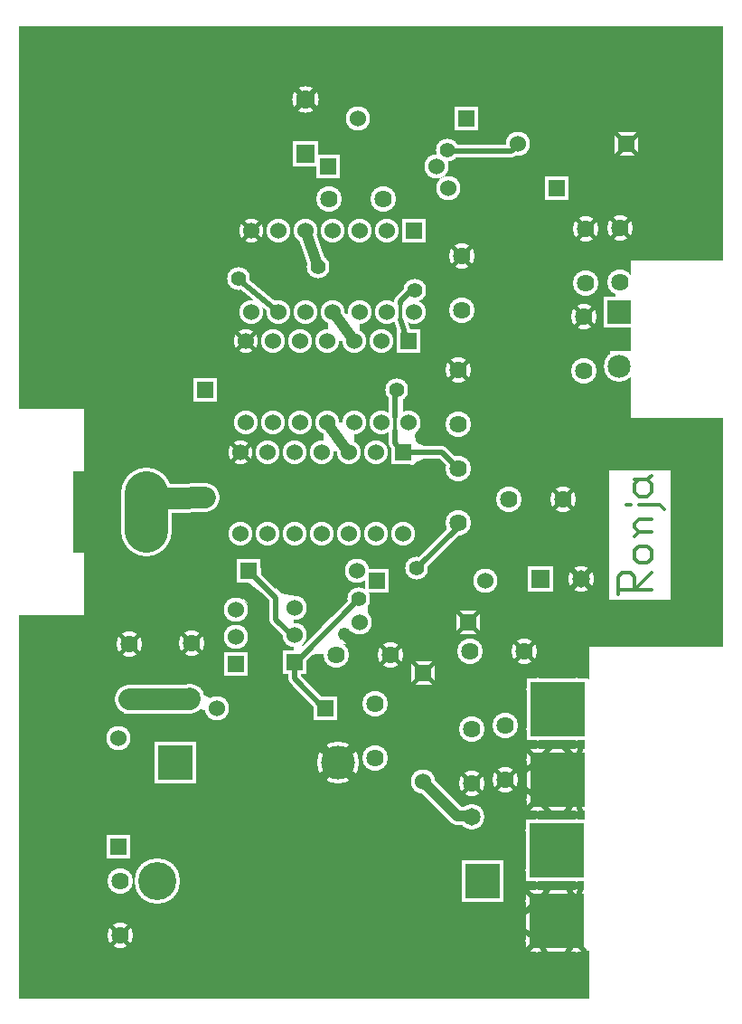
<source format=gbr>
G04 Title: Ronja 10M Metropolis Transmitter, layergroup #2 *
G04 Creator: pcb-bin 20060321 *
G04 CreationDate: Sun Apr  9 19:09:48 2006 UTC *
G04 For: clock *
G04 Format: Gerber/RS-274X *
G04 PCB-Dimensions: 262000 360000 *
G04 PCB-Coordinate-Origin: lower left *
%MOIN*%
%FSLAX24Y24*%
G04 contains layers component (3) GND-comp (4) Vcc-comp (5) *
%IPPOS*%
%ADD11C,0.0800*%
%ADD12C,0.1080*%
%ADD13C,0.0200*%
%ADD14C,0.0400*%
%ADD15C,0.0680*%
%ADD16C,0.0480*%
%ADD17C,0.1800*%
%ADD18C,0.2080*%
%ADD19C,0.1250*%
%ADD20C,0.1530*%
%ADD21C,0.1550*%
%ADD22C,0.1830*%
%ADD23C,0.1950*%
%ADD24C,0.2230*%
%ADD25C,0.1200*%
%ADD26C,0.1480*%
%ADD27C,0.1600*%
%ADD28C,0.1880*%
%ADD29C,0.2500*%
%ADD30C,0.2780*%
%ADD31C,0.1170*%
%ADD32C,0.1450*%
%ADD33C,0.1100*%
%ADD34C,0.1380*%
%ADD35C,0.0120*%
%ADD36C,0.1300*%
%ADD37C,0.1580*%
%ADD38C,0.0320*%
%ADD39R,0.0650X0.0650*%
%ADD40R,0.0730X0.0730*%
%ADD41R,0.0950X0.0950X0.0650X0.0650*%
%ADD42R,0.0950X0.0950*%
%ADD43C,0.0650*%
%ADD44C,0.0730*%
%ADD45C,0.0187*%
%AMTHERM1*7,0,0,0.0950,0.0650,0.0187,45*%
%ADD46THERM1*%
%ADD47C,0.0950X0.0650*%
%ADD48C,0.0950*%
%ADD49C,0.0100*%
%ADD50C,0.0080*%
%ADD51R,0.0600X0.0600*%
%ADD52R,0.0680X0.0680*%
%ADD53R,0.0880X0.0880X0.0600X0.0600*%
%ADD54R,0.0880X0.0880*%
%ADD55C,0.0600*%
%ADD56C,0.0880X0.0600*%
%ADD57C,0.0880*%
%ADD58C,0.0160*%
%AMTHERM2*7,0,0,0.0880,0.0600,0.0160,45*%
%ADD59THERM2*%
%ADD60R,0.2000X0.2000*%
%ADD61R,0.2280X0.2280*%
%ADD62R,0.2200X0.2200*%
%ADD63R,0.0700X0.0700*%
%ADD64R,0.0780X0.0780*%
%ADD65R,0.0980X0.0980X0.0700X0.0700*%
%ADD66R,0.0980X0.0980*%
%ADD67C,0.0700*%
%ADD68C,0.0780*%
%AMTHERM3*7,0,0,0.0980,0.0700,0.0200,45*%
%ADD69THERM3*%
%ADD70C,0.0980X0.0700*%
%ADD71C,0.0980*%
%ADD72R,0.0900X0.0900X0.0600X0.0600*%
%ADD73R,0.0900X0.0900*%
%ADD74C,0.0900X0.0600*%
%ADD75C,0.0900*%
%ADD76C,0.0162*%
%AMTHERM4*7,0,0,0.0900,0.0600,0.0162,45*%
%ADD77THERM4*%
%ADD78C,0.0640*%
%ADD79C,0.0720*%
%ADD80C,0.0163*%
%AMTHERM5*7,0,0,0.0940,0.0640,0.0163,45*%
%ADD81THERM5*%
%ADD82C,0.0940X0.0640*%
%ADD83C,0.0940*%
%ADD84R,0.1250X0.1250*%
%ADD85R,0.1330X0.1330*%
%ADD86R,0.1550X0.1550X0.1250X0.1250*%
%ADD87R,0.1550X0.1550*%
%ADD88C,0.1330*%
%ADD89C,0.0325*%
%AMTHERM6*7,0,0,0.1550,0.1250,0.0325,45*%
%ADD90THERM6*%
%ADD91C,0.1550X0.1250*%
%ADD92R,0.0850X0.0850*%
%ADD93R,0.0930X0.0930*%
%ADD94R,0.1130X0.1130X0.0850X0.0850*%
%ADD95R,0.1130X0.1130*%
%ADD96C,0.0850*%
%ADD97C,0.0930*%
%ADD98C,0.1130X0.0850*%
%ADD99C,0.1130*%
%ADD100R,0.1000X0.1000*%
%ADD101R,0.1300X0.1300*%
%ADD102R,0.1380X0.1380*%
%ADD103R,0.1580X0.1580X0.1300X0.1300*%
%ADD104R,0.1580X0.1580*%
%ADD105C,0.1400*%
%ADD106C,0.1680X0.1400*%
%ADD107C,0.1680*%
%ADD108C,0.0500*%
%ADD109R,0.1600X0.1600*%
%ADD110R,0.1880X0.1880*%
%ADD111R,0.1800X0.1800*%
%ADD112C,0.0124*%
%ADD113C,0.0139*%
%ADD114C,0.0125*%
%ADD115C,0.0152*%
%ADD116C,0.0173*%
%ADD117C,0.0220*%
%ADD118C,0.0166*%
%ADD119C,0.0098*%
%ADD120C,0.0132*%
%ADD121C,0.0146*%
%ADD122C,0.0112*%
%ADD123C,0.0091*%
%ADD124C,0.0227*%
%ADD125C,0.0159*%
%ADD126C,0.0560*%
%ADD127C,0.0840*%
%ADD128C,0.0840X0.0560*%
%AMTHERM7*7,0,0,0.0840,0.0560,0.0160,45*%
%ADD129THERM7*%
%ADD130C,0.0930X0.0650*%
%ADD131C,0.0760*%
%ADD132C,0.0760X0.0480*%
%LNGROUP_1*%
%LPD*%
G01X0Y0D02*
G54D49*G36*
X20490Y14440D02*X21880D01*
Y19970D01*
X20490D01*
Y14440D01*
G37*
G36*
X20640Y19510D02*X24680D01*
Y20930D01*
X20640D01*
Y19510D01*
G37*
G36*
X24120Y20940D02*X24740D01*
Y19160D01*
X24120D01*
Y20940D01*
G37*
G36*
X20780Y14040D02*X24400D01*
Y14760D01*
X20780D01*
Y14040D01*
G37*
G36*
X4885Y15850D02*X8465D01*
Y17370D01*
X4885D01*
Y15850D01*
G37*
G36*
X11485Y14705D02*X15400D01*
Y16165D01*
X11485D01*
Y14705D01*
G37*
G36*
X9255Y15005D02*X9795D01*
Y15515D01*
X9255D01*
Y15005D01*
G37*
G36*
X9015Y15375D02*X10390D01*
Y16020D01*
X9015D01*
Y15375D01*
G37*
G36*
X8960Y14810D02*X9225D01*
Y15115D01*
X8960D01*
Y14810D01*
G37*
G36*
X10215D02*X11665D01*
Y16020D01*
X10215D01*
Y14810D01*
G37*
G36*
X3850Y11705D02*X4050Y11465D01*
X6550Y11395D01*
X7310Y12325D01*
X4380Y14025D01*
X3850Y11705D01*
G37*
G36*
X7145Y12430D02*X8895D01*
X8500Y10570D01*
X7705Y10585D01*
X7520Y10960D01*
X6610Y11390D01*
X7145Y12430D01*
G37*
G36*
X6375Y10420D02*X7000Y10265D01*
X7240Y10550D01*
X6360Y10915D01*
X6375Y10420D01*
G37*
G36*
X10355Y11500D02*X10925D01*
Y12295D01*
X10355D01*
Y11500D01*
G37*
G36*
X9765Y12620D02*X10225D01*
Y13270D01*
X9765D01*
Y12620D01*
G37*
G36*
X5120Y16050D02*X7070Y15470D01*
X5970Y12910D01*
X3930Y13960D01*
X3840Y16010D01*
X5120Y16050D01*
G37*
G36*
X21260Y25070D02*X22110D01*
Y26720D01*
X21260D01*
Y25070D01*
G37*
G36*
X20610Y26490D02*X22680D01*
Y27790D01*
X20610D01*
Y26490D01*
G37*
G36*
X20830Y21340D02*X21910D01*
Y26110D01*
X20830D01*
Y21340D01*
G37*
G36*
X13050Y12580D02*X13100Y13610D01*
X12680Y13940D01*
X12090Y13530D01*
X11860Y12870D01*
X12440Y12690D01*
X13050Y12580D01*
G37*
G36*
X8671Y13970D02*X9561D01*
Y14965D01*
X8671D01*
Y13970D01*
G37*
G36*
X8435Y18384D02*X11412D01*
Y20406D01*
X8435D01*
Y18384D01*
G37*
G36*
X8378Y20258D02*X10662D01*
Y21354D01*
X8378D01*
Y20258D01*
G37*
G36*
X11291Y18378D02*X12998D01*
Y20219D01*
X11291D01*
Y18378D01*
G37*
G36*
X10499Y20120D02*X11319D01*
Y21308D01*
X10499D01*
Y20120D01*
G37*
G36*
X2500Y14150D02*X3780D01*
Y16450D01*
X2500D01*
Y14150D01*
G37*
G36*
X11473Y21300D02*X12760D01*
Y22672D01*
X11473D01*
Y21300D01*
G37*
G36*
X12458Y20187D02*X13013D01*
Y21247D01*
X12458D01*
Y20187D01*
G37*
G36*
X10860Y23930D02*X11500D01*
Y25460D01*
X10860D01*
Y23930D01*
G37*
G36*
X10640Y25150D02*X11710D01*
Y25890D01*
X10640D01*
Y25150D01*
G37*
G36*
X8050Y23780D02*X10940D01*
Y25390D01*
X8050D01*
Y23780D01*
G37*
G36*
X7980Y22570D02*X12650D01*
Y24300D01*
X7980D01*
Y22570D01*
G37*
G36*
X8208Y21238D02*X11595D01*
Y22708D01*
X8208D01*
Y21238D01*
G37*
G36*
X12670Y23750D02*X14080D01*
Y24550D01*
X12670D01*
Y23750D01*
G37*
G36*
X12660Y24430D02*X14130D01*
Y25460D01*
X12660D01*
Y24430D01*
G37*
G36*
X12080Y25300D02*X12300D01*
Y25430D01*
X12080D01*
Y25300D01*
G37*
G36*
X12140Y25810D02*X14200D01*
Y26380D01*
X12140D01*
Y25810D01*
G37*
G36*
X11660Y25350D02*X14160D01*
Y25890D01*
X11660D01*
Y25350D01*
G37*
G36*
X14200Y24370D02*X15200D01*
Y25170D01*
X14200D01*
Y24370D01*
G37*
G36*
X13880Y25990D02*X14660D01*
Y26560D01*
X13880D01*
Y25990D01*
G37*
G36*
X13980Y22280D02*X15230D01*
Y24020D01*
X13980D01*
Y22280D01*
G37*
G36*
X14680Y22230D02*X15500D01*
Y26400D01*
X14680D01*
Y22230D01*
G37*
G36*
X14080Y12480D02*X16440D01*
Y15000D01*
X14080D01*
Y12480D01*
G37*
G36*
X12960Y12310D02*X14200D01*
Y15020D01*
X12960D01*
Y12310D01*
G37*
G36*
X12250Y9540D02*X15730D01*
Y12720D01*
X12250D01*
Y9540D01*
G37*
G36*
X12820Y12800D02*X12310Y10590D01*
X11870Y10580D01*
X11170Y11000D01*
X10610Y11620D01*
X10640Y12630D01*
X11030Y12740D01*
X12820Y12800D01*
G37*
G36*
X18520Y9360D02*X20580D01*
Y12560D01*
X18520D01*
Y9360D01*
G37*
G36*
X17390Y12340D02*X20640D01*
Y14450D01*
X17390D01*
Y12340D01*
G37*
G36*
X16340Y12330D02*X17650D01*
Y14390D01*
X16340D01*
Y12330D01*
G37*
G36*
X15670Y9470D02*X18710D01*
Y12650D01*
X15670D01*
Y9470D01*
G37*
G36*
X17860Y14290D02*X20560D01*
Y14790D01*
X17860D01*
Y14290D01*
G37*
G36*
X12540Y15090D02*X12390Y14660D01*
X10660Y12940D01*
X10470Y13160D01*
X10450Y14670D01*
X10540Y15010D01*
X12540Y15090D01*
G37*
G36*
X8361Y15914D02*X12831D01*
Y18654D01*
X8361D01*
Y15914D01*
G37*
G36*
X9770Y10690D02*X11000Y10600D01*
Y10990D01*
X10260Y11700D01*
Y11990D01*
X9690Y12060D01*
X9770Y10690D01*
G37*
G36*
X8300Y10620D02*X9960Y10640D01*
X9930Y13680D01*
X8670Y14950D01*
X8510Y14840D01*
X8300Y10620D01*
G37*
G36*
X5060Y20350D02*X8460D01*
Y22470D01*
X5060D01*
Y20350D01*
G37*
G36*
X5020Y17100D02*X8700D01*
Y20370D01*
X5020D01*
Y17100D01*
G37*
G36*
X14300Y20140D02*X14920Y19660D01*
X15440Y19630D01*
X15430Y15910D01*
X12760Y15980D01*
Y20220D01*
X13950Y20510D01*
X14300Y20140D01*
G37*
G36*
X24120Y14360D02*X24770D01*
Y19380D01*
X24120D01*
Y14360D01*
G37*
G36*
X13950Y21580D02*Y20620D01*
X14400Y20170D01*
X13310D01*
X12640Y20150D01*
X12720Y21520D01*
X13950Y21580D01*
G37*
G36*
X13990Y22340D02*X13950Y21290D01*
X13540Y21250D01*
X12520Y21270D01*
X12690Y22650D01*
X13490Y22700D01*
X14050Y22540D01*
X13990Y22340D01*
G37*
G36*
X21600Y21310D02*X22680D01*
Y23420D01*
X21600D01*
Y21310D01*
G37*
G36*
X14270Y21200D02*X15370D01*
Y22610D01*
X14270D01*
Y21200D01*
G37*
G36*
X4780Y22180D02*X8340D01*
Y25700D01*
X4780D01*
Y22180D01*
G37*
G36*
X11950Y22440D02*X14170D01*
Y23540D01*
X11950D01*
Y22440D01*
G37*
G36*
X16310Y14110D02*X18110D01*
Y15050D01*
X16310D01*
Y14110D01*
G37*
G36*
X8120Y15160D02*X8550D01*
Y15380D01*
X8120D01*
Y15160D01*
G37*
G36*
X5605Y15060D02*X8175D01*
Y16020D01*
X5605D01*
Y15060D01*
G37*
G36*
X24590Y13250D02*X25170D01*
Y21145D01*
X24590D01*
Y13250D01*
G37*
G36*
X15230Y14860D02*X17950D01*
Y26590D01*
X15230D01*
Y14860D01*
G37*
G36*
X25150Y27700D02*X22470D01*
Y27260D01*
X25150D01*
Y27700D01*
G37*
G36*
X20460Y27500D02*X25700D01*
Y30800D01*
X20460D01*
Y27500D01*
G37*
G36*
X5845Y12170D02*X8590D01*
Y15190D01*
X5845D01*
Y12170D01*
G37*
G36*
X11680Y26260D02*X17220D01*
Y28470D01*
X11680D01*
Y26260D01*
G37*
G36*
X14140Y30280D02*X7750D01*
Y35900D01*
X14140D01*
Y30280D01*
G37*
G36*
X1010Y26930D02*X100D01*
Y27390D01*
X1010D01*
Y26930D01*
G37*
G36*
X2500Y21140D02*X3780D01*
Y22330D01*
X2500D01*
Y21140D01*
G37*
G36*
X100Y27000D02*X3960D01*
Y21785D01*
X100D01*
Y27000D01*
G37*
G36*
X25425Y20790D02*X20250D01*
Y21455D01*
X25425D01*
Y20790D01*
G37*
G36*
X21115Y13285D02*X20495D01*
Y11820D01*
X21115D01*
Y13285D01*
G37*
G36*
X10535Y5320D02*X20405D01*
Y9680D01*
X10535D01*
Y5320D01*
G37*
G36*
X25490Y14215D02*X20770D01*
Y13015D01*
X25490D01*
Y14215D01*
G37*
G36*
X20185Y490D02*X21115D01*
Y1820D01*
X20185D01*
Y490D01*
G37*
G36*
X1040Y9575D02*X3770D01*
X4490Y14095D01*
X1040D01*
Y9575D01*
G37*
G36*
X4340Y35310D02*X8300D01*
Y32420D01*
X4340D01*
Y35310D01*
G37*
G36*
X690Y26090D02*X4290D01*
Y32450D01*
X690D01*
Y26090D01*
G37*
G36*
X2500Y19600D02*X3970D01*
Y21400D01*
X2500D01*
Y19600D01*
G37*
G36*
X26080Y30280D02*X19690D01*
Y35900D01*
X26080D01*
Y30280D01*
G37*
G36*
X6490Y70D02*X100D01*
Y5690D01*
X6490D01*
Y70D01*
G37*
G36*
X10640D02*X4250D01*
Y5690D01*
X10640D01*
Y70D01*
G37*
G36*
X15280D02*X8890D01*
Y5690D01*
X15280D01*
Y70D01*
G37*
G36*
X20250D02*X13860D01*
Y5690D01*
X20250D01*
Y70D01*
G37*
G36*
X8130Y15025D02*X8335D01*
Y15195D01*
X8130D01*
Y15025D01*
G37*
G36*
X21500Y30280D02*X15110D01*
Y35900D01*
X21500D01*
Y30280D01*
G37*
G36*
X18220D02*X11830D01*
Y35900D01*
X18220D01*
Y30280D01*
G37*
G36*
X6490Y4200D02*X100D01*
Y9820D01*
X6490D01*
Y4200D01*
G37*
G36*
X1035Y14005D02*X3695D01*
Y14195D01*
X1035D01*
Y14005D01*
G37*
G36*
X100Y31800D02*X4500D01*
Y35900D01*
X100D01*
Y31800D01*
G37*
G36*
X10240Y13510D02*X10650D01*
Y14485D01*
X10240D01*
Y13510D01*
G37*
G36*
X16820Y25700D02*X20720D01*
Y29240D01*
X16820D01*
Y25700D01*
G37*
G36*
X17780Y14710D02*X20620D01*
Y19850D01*
X17780D01*
Y14710D01*
G37*
G36*
Y19520D02*X20720D01*
Y26140D01*
X17780D01*
Y19520D01*
G37*
G36*
X17480Y28680D02*X20660D01*
Y32420D01*
X17480D01*
Y28680D01*
G37*
G36*
X5240Y25260D02*X10590D01*
Y32530D01*
X5240D01*
Y25260D01*
G37*
G36*
X7240Y2650D02*X18070D01*
Y7320D01*
X7240D01*
Y2650D01*
G37*
G36*
X20930Y6640D02*X16970D01*
Y1920D01*
X20930D01*
Y6640D01*
G37*
G36*
X3840Y15910D02*X5310D01*
Y31440D01*
X3840D01*
Y15910D01*
G37*
G36*
X9650Y25790D02*X12250D01*
Y26960D01*
X9650D01*
Y25790D01*
G37*
G36*
X3810Y5930D02*X8420D01*
Y10540D01*
X3810D01*
Y5930D01*
G37*
G36*
X11990Y23360D02*X14160D01*
Y24060D01*
X11990D01*
Y23360D01*
G37*
G36*
X10260Y27820D02*X17700D01*
Y32450D01*
X10260D01*
Y27820D01*
G37*
G36*
X7480Y6390D02*X12340D01*
Y10750D01*
X7480D01*
Y6390D01*
G37*
G36*
X20950Y4630D02*X20390D01*
Y31730D01*
X20950D01*
Y4630D01*
G37*
G36*
X19100Y31980D02*X19880D01*
Y32620D01*
X19100D01*
Y31980D01*
G37*
G36*
X20930Y31580D02*X19650D01*
Y32620D01*
X20930D01*
Y31580D01*
G37*
G36*
X5010Y32160D02*X19210D01*
Y32620D01*
X5010D01*
Y32160D01*
G37*
G36*
X3620Y31470D02*X3980D01*
Y5920D01*
X3620D01*
Y31470D01*
G37*
G36*
X7120Y3310D02*X17000D01*
Y1840D01*
X7120D01*
Y3310D01*
G37*
G36*
X3620Y6030D02*X7360D01*
Y1840D01*
X3620D01*
Y6030D01*
G37*
G36*
X11840Y26610D02*X9930D01*
Y28440D01*
X11840D01*
Y26610D01*
G37*
G36*
X3620Y31160D02*X5370D01*
Y32620D01*
X3620D01*
Y31160D01*
G37*
%LNCUTS*%
%LPC*%
G54D97*X22100Y33900D03*
X24100D03*
Y31900D03*
Y29900D03*
X20100Y33900D03*
G54D73*X19920Y29938D03*
X22499Y31542D03*
G54D54*X600Y35400D02*X20600D01*
X5580D02*X25580D01*
Y27560D01*
G54D15*X10660Y28350D02*X11140Y27020D01*
G54D16*X15890Y31300D02*X18280D01*
G54D127*X15910Y31320D03*
G54D73*X16597Y32500D03*
G54D54*X14670Y28360D03*
G54D57*X13670D03*
X12670D03*
X11670D03*
X10670D03*
G54D83*X16415Y27425D03*
G54D75*X12597Y32500D03*
G54D83*X13547Y29517D03*
X11547D03*
G54D75*X15920Y29938D03*
G54D73*X11503Y30723D03*
G54D75*X15503D03*
G54D66*X10680Y31200D03*
G54D15*X11480Y21250D02*X12270Y20150D01*
G54D57*X12450Y21280D03*
X11450D03*
G54D15*X11670Y25380D02*X12470Y24290D01*
G54D57*X8450Y24280D03*
X12450D03*
X11450D03*
X10450D03*
X9450D03*
G54D15*X11480Y21250D02*X12270Y20150D01*
G54D57*X8450Y21280D03*
X9450D03*
X10450D03*
X11450D03*
G54D97*X22100Y21900D03*
G54D99*X22240Y23360D03*
G54D16*X13950Y22410D02*X14040Y22500D01*
G54D127*D03*
G54D97*X15024Y20761D03*
G54D57*X14450Y21280D03*
G54D16*X13950Y22410D02*X14040Y22500D01*
X13950Y21500D02*Y22410D01*
G54D127*X14040Y22500D03*
G54D15*X11670Y25380D02*X12470Y24290D01*
G54D57*X10670Y25360D03*
X11670D03*
X11450Y24280D03*
X10450D03*
G54D15*X11670Y25380D02*X12470Y24290D01*
G54D57*X10670Y25360D03*
X11670D03*
G54D15*Y25380D02*X12470Y24290D01*
G54D54*X14450Y24280D03*
G54D57*X13450D03*
X12450D03*
G54D15*X11670Y25380D02*X12470Y24290D01*
G54D14*X14170Y25080D02*Y25640D01*
G54D16*Y25770D01*
Y25090D02*X14440Y24270D01*
G54D57*X12670Y25360D03*
X13670D03*
G54D54*X14450Y24280D03*
G54D57*X13450D03*
X12450D03*
G54D15*X11670Y25380D02*X12470Y24290D01*
G54D57*X11670Y25360D03*
X12670D03*
G54D14*X14170Y25080D02*Y25640D01*
G54D16*Y25770D01*
X14560Y26160D01*
G54D15*X11670Y25380D02*X12470Y24290D01*
G54D14*X14170Y25080D02*Y25640D01*
G54D16*Y25770D01*
X14560Y26160D01*
G54D57*X11670Y25360D03*
X12670D03*
X13670D03*
G54D14*X14170Y25080D02*Y25640D01*
G54D16*Y25090D02*X14440Y24270D01*
G54D57*X14670Y25360D03*
G54D54*X14450Y24280D03*
G54D16*X14170Y25640D02*Y25770D01*
X14560Y26160D01*
X14680D01*
G54D127*X14690D03*
G54D16*X13950Y22410D02*X14040Y22500D01*
X13950Y21500D02*Y22410D01*
G54D127*X14040Y22500D03*
G54D54*X14450Y24280D03*
G54D16*X14170Y25770D02*X14560Y26160D01*
X14680D01*
G54D127*X14690D03*
G54D57*X14670Y25360D03*
G54D54*X14450Y24280D03*
G54D16*X13950Y22410D02*X14040Y22500D01*
G54D14*X13950Y21000D02*Y21500D01*
G54D16*Y22410D01*
G54D127*X14040Y22500D03*
G54D57*X12450Y21280D03*
X13450D03*
X14450D03*
X24600Y15900D03*
Y17900D03*
G54D97*X24100Y13900D03*
G54D73*X16652Y13922D03*
G54D75*X17286Y15440D03*
G54D97*X24100Y27900D03*
G54D54*X25580Y35400D02*Y27560D01*
G54D16*X16320Y17460D02*X14770Y15910D01*
X16320Y17620D02*Y17460D01*
X15690Y20180D02*X16290Y19580D01*
X14260Y20180D02*X15690D01*
X16260Y17580D02*Y17450D01*
G54D97*X14968Y19603D03*
X15024Y20761D03*
G54D75*X17286Y15440D03*
G54D83*X16415Y25425D03*
X16288Y23230D03*
Y21230D03*
X16308Y19586D03*
X18151Y18468D03*
X16308Y17586D03*
G54D57*X24600Y15900D03*
Y17900D03*
G54D54*X25580Y21155D02*Y13315D01*
G54D97*X24100Y29900D03*
Y27900D03*
G54D83*X22280Y28458D03*
X21013Y28412D03*
G54D54*X25580Y35400D02*Y27560D01*
G54D97*X22100Y21900D03*
G54D54*X25580Y21155D02*Y13315D01*
G54D97*X3100Y20900D03*
G54D110*X2900Y18690D02*Y17290D01*
G54D131*X8657Y14990D03*
G54D12*X6960Y18510D02*X4760Y18470D01*
G54D28*X4800Y18690D02*Y17290D01*
G54D16*X15890Y31300D02*X18280D01*
X18490Y31510D01*
G54D97*X20100Y33900D03*
X18100D03*
X16100D03*
G54D127*X15910Y31320D03*
G54D73*X16597Y32500D03*
X19920Y29938D03*
G54D75*X15920D03*
X18499Y31542D03*
X15503Y30723D03*
G54D54*X600Y35400D02*X20600D01*
X5580D02*X25580D01*
G54D73*X16597Y32500D03*
G54D75*X12597D03*
G54D54*X600Y13895D02*Y3895D01*
G54D15*X10660Y28350D02*X11140Y27020D01*
G54D16*X8200Y26560D02*X9650Y25350D01*
G54D127*X8190Y26580D03*
G54D57*X10670Y28360D03*
X9670D03*
X8670D03*
Y25360D03*
X9670D03*
X10670D03*
G54D66*X10680Y31200D03*
G54D15*X10660Y28350D02*X11140Y27020D01*
G54D127*X11120Y27030D03*
G54D57*X9670Y25360D03*
X10670D03*
X11670D03*
X12670D03*
G54D15*X11670Y25380D02*X12470Y24290D01*
G54D54*X14450Y24280D03*
G54D57*X13450D03*
X12450D03*
G54D83*X16415Y25425D03*
X21013Y28412D03*
Y26412D03*
X16415Y27425D03*
G54D42*X19329Y15529D03*
G54D48*X20829D03*
G54D83*X20151Y18468D03*
X18151D03*
X21013Y26412D03*
X20945Y25180D03*
Y23180D03*
G54D16*X15890Y31300D02*X18280D01*
X18490Y31510D01*
G54D83*X21013Y28412D03*
G54D73*X19920Y29938D03*
G54D75*X18499Y31542D03*
G54D97*X22100Y19900D03*
G54D48*X20829Y15529D03*
G54D83*X20151Y18468D03*
G54D97*X22100Y19900D03*
X24100D03*
D03*
G54D95*X22240Y25360D03*
G54D83*X22280Y26458D03*
X21013Y26412D03*
X20945Y25180D03*
X22280Y26458D03*
X21013Y26412D03*
G54D97*X22100Y21900D03*
G54D95*X22240Y25360D03*
G54D99*Y24360D03*
Y23360D03*
G54D83*X22280Y26458D03*
X21013Y26412D03*
X20945Y25180D03*
Y23180D03*
G54D127*X20650Y4800D03*
G54D97*X20100Y13900D03*
G54D127*X20670Y8840D03*
Y11440D03*
Y10000D03*
X20660Y7400D03*
X20650Y6240D03*
G54D48*X20829Y15529D03*
G54D83*X20151Y18468D03*
X21013Y28412D03*
Y26412D03*
X20945Y25180D03*
Y23180D03*
G54D61*X19950Y10720D03*
Y8120D03*
X19930Y5520D03*
G54D127*X19230Y10000D03*
X20670Y11440D03*
Y10000D03*
X19950Y10720D03*
X19230Y11440D03*
G54D83*X18726Y12855D03*
G54D61*X19950Y10720D03*
G54D127*X20670Y11440D03*
G54D61*X19950Y10720D03*
G54D16*X10320Y12460D02*X12640Y14780D01*
X16320Y17460D02*X14770Y15910D01*
G54D127*D03*
X12630Y14780D03*
G54D75*X12578Y15816D03*
G54D73*X13286Y15440D03*
G54D83*X16726Y12855D03*
G54D73*X16652Y13922D03*
G54D83*X13795Y12736D03*
G54D73*X15009Y12062D03*
G54D127*X12630Y14780D03*
G54D83*X13795Y12736D03*
G54D75*X12652Y13922D03*
G54D73*X13286Y15440D03*
G54D131*X12090Y13500D03*
G54D83*X11795Y12736D03*
G54D75*X12652Y13922D03*
G54D97*X24100Y13900D03*
X22100D03*
G54D83*X13795Y12736D03*
X11795D03*
G54D73*X15009Y12062D03*
G54D83*X13222Y10917D03*
G54D97*X20100Y13900D03*
G54D83*X18726Y12855D03*
X16726D03*
G54D73*X16652Y13922D03*
G54D83*X16726Y12855D03*
X18037Y10136D03*
X16792Y9986D03*
X18726Y12855D03*
G54D97*X20100Y13900D03*
G54D16*X16320Y17460D02*X14770Y15910D01*
X14280Y20180D02*X13950Y20510D01*
Y21000D01*
X14260Y20180D02*X15690D01*
G54D97*X14968Y19603D03*
X15024Y20761D03*
G54D127*X14770Y15910D03*
G54D75*X12578Y15816D03*
G54D54*X14280Y20180D03*
G54D57*X13280D03*
Y17180D03*
X14280D03*
G54D73*X6960Y22500D03*
G54D57*X8450Y21280D03*
X8280Y20180D03*
G54D12*X6960Y18510D02*X4760Y18470D01*
G54D57*X8280Y17180D03*
G54D75*X6960Y18500D03*
G54D57*X8280Y20180D03*
G54D28*X4800Y18690D02*Y17290D01*
G54D97*X3100Y14900D03*
G54D110*X2900Y18690D02*Y17290D01*
G54D16*X10320Y12460D02*X12640Y14780D01*
X10250Y12460D02*X10320D01*
X10250Y12470D02*Y11850D01*
X11370Y10730D01*
G54D73*X10254Y12446D03*
G54D16*X10320Y12460D02*X12640Y14780D01*
X10250Y11850D02*X11370Y10730D01*
G54D73*X10254Y12446D03*
X11383Y10741D03*
G54D83*X11795Y12736D03*
X13222Y10917D03*
G54D16*X9579Y14032D02*X10223Y13388D01*
X10320Y12460D02*X12640Y14780D01*
X10250Y12460D02*X10320D01*
X10290Y13450D02*Y13410D01*
X10250Y12470D02*Y11850D01*
G54D73*X10254Y12446D03*
G54D75*Y13446D03*
G54D16*X9579Y14809D02*Y14032D01*
X8575Y15813D02*X9579Y14809D01*
G54D131*X9932Y15190D03*
G54D16*X8575Y15813D02*X9579Y14809D01*
G54D131*X8657Y14990D03*
G54D12*X4160Y11100D02*X6390D01*
X6400Y11110D01*
G54D97*X6660Y10110D03*
G54D73*X8106Y12389D03*
G54D75*X7383Y10741D03*
G54D83*X6460Y11145D03*
G54D12*X4160Y11100D02*X6390D01*
X6400Y11110D01*
G54D97*X6660Y10110D03*
G54D75*X7383Y10741D03*
G54D83*X6460Y11145D03*
G54D16*X9579Y14032D02*X10223Y13388D01*
X9579Y14809D02*Y14032D01*
X8575Y15813D02*X9579Y14809D01*
G54D131*X9932Y15190D03*
X8657Y14990D03*
G54D16*X9579Y14032D02*X10223Y13388D01*
X9579Y14809D02*Y14032D01*
G54D131*X9932Y15190D03*
X8657Y14990D03*
G54D73*X8106Y12389D03*
G54D75*Y13389D03*
Y14389D03*
G54D73*X10254Y12446D03*
G54D75*Y13446D03*
Y14446D03*
G54D16*X10280Y20280D02*Y20180D01*
G54D57*X11280D03*
X10280D03*
X9280D03*
X8280D03*
G54D16*X10280Y20280D02*Y20180D01*
G54D57*D03*
X9280D03*
X8450Y21280D03*
X8280Y20180D03*
X9450Y21280D03*
X10450D03*
G54D16*X12280Y20280D02*Y20180D01*
G54D15*X11480Y21250D02*X12270Y20150D01*
G54D57*X11280Y20180D03*
X13280D03*
X12280D03*
G54D16*X10280Y20280D02*Y20180D01*
G54D15*X11480Y21250D02*X12270Y20150D01*
G54D57*X11280Y20180D03*
X10280D03*
X10450Y21280D03*
X11450D03*
G54D16*X8575Y15813D02*X9579Y14809D01*
G54D131*X9932Y15190D03*
G54D73*X8578Y15816D03*
G54D131*X9932Y15190D03*
G54D75*X10254Y14446D03*
G54D16*X10320Y12460D02*X12640Y14780D01*
X10290Y13450D02*Y13410D01*
G54D131*X12090Y13500D03*
G54D127*X12630Y14780D03*
G54D131*X11280Y14120D03*
G54D75*X10254Y13446D03*
Y14446D03*
G54D83*X11795Y12736D03*
G54D75*X12652Y13922D03*
G54D16*X10250Y12470D02*Y11850D01*
X11370Y10730D01*
G54D73*X10254Y12446D03*
X11383Y10741D03*
G54D16*X12280Y20280D02*Y20180D01*
G54D15*X11480Y21250D02*X12270Y20150D01*
G54D57*X12450Y21280D03*
X13450D03*
X13280Y20180D03*
X12280D03*
G54D16*X8575Y15813D02*X9579Y14809D01*
G54D73*X8578Y15816D03*
G54D75*X12578D03*
G54D57*X12280Y17180D03*
X8280D03*
X9280D03*
X10280D03*
X11280D03*
G54D14*X13950Y21000D02*Y21500D01*
G54D16*Y22410D01*
X14280Y20180D02*X13950Y20510D01*
Y21000D01*
X14260Y20180D02*X15690D01*
G54D57*X12450Y21280D03*
X13450D03*
X14450D03*
G54D54*X14280Y20180D03*
G54D57*X13280D03*
X12280D03*
G54D16*X8575Y15813D02*X9579Y14809D01*
G54D73*X8578Y15816D03*
G54D57*X8280Y17180D03*
G54D28*X4800Y18690D02*Y17290D01*
G54D83*X4164Y13120D03*
X6460Y13145D03*
G54D131*X8657Y14990D03*
G54D73*X8578Y15816D03*
D03*
G54D12*X4160Y11100D02*X6390D01*
X6400Y11110D01*
G54D83*X4164Y13120D03*
Y11120D03*
X6460Y11145D03*
Y13145D03*
G54D12*X4160Y11100D02*X6390D01*
G54D97*X3100Y12900D03*
X2100Y11900D03*
Y9900D03*
G54D75*X3759Y9653D03*
G54D83*X4164Y13120D03*
Y11120D03*
G54D54*X600Y13895D02*Y3895D01*
Y11120D02*Y1120D01*
G54D131*X8657Y14990D03*
G54D73*X8106Y12389D03*
G54D75*Y13389D03*
Y14389D03*
G54D83*X6460Y13145D03*
G54D15*X15010Y8050D02*X16260Y6800D01*
X16800D01*
G54D127*X19930Y5520D03*
X19230Y10000D03*
Y8840D03*
X20670D03*
X19950Y8120D03*
X20670Y10000D03*
X20660Y7400D03*
X19230D03*
X19210Y6240D03*
X20650D03*
G54D97*X16800Y6770D03*
G54D83*X16792Y7986D03*
X18037Y8136D03*
Y10136D03*
X16792Y9986D03*
G54D21*X11848Y8760D03*
G54D75*X15009Y8062D03*
G54D83*X13222Y8917D03*
G54D61*X19950Y10720D03*
Y8120D03*
X19930Y5520D03*
G54D97*X6660Y10110D03*
G54D73*X3759Y5653D03*
G54D75*Y9653D03*
X7383Y10741D03*
G54D87*X5848Y8760D03*
G54D16*X10250Y11850D02*X11370Y10730D01*
G54D75*X7383Y10741D03*
G54D73*X11383D03*
G54D21*X11848Y8760D03*
G54D127*X20650Y2200D03*
G54D54*X815Y570D02*X20815D01*
X600D02*X20600D01*
G54D61*X19930Y2920D03*
G54D97*X6100Y1900D03*
X2100Y5900D03*
Y3900D03*
Y1900D03*
G54D73*X3759Y5653D03*
G54D83*X3817Y2399D03*
Y4399D03*
G54D107*X5210Y4400D03*
G54D54*X600Y13895D02*Y3895D01*
Y11120D02*Y1120D01*
X815Y570D02*X20815D01*
X600D02*X20600D01*
G54D97*X6660Y10110D03*
X2100Y7900D03*
Y9900D03*
Y5900D03*
Y3900D03*
G54D73*X3759Y5653D03*
G54D75*Y9653D03*
G54D83*X3817Y4399D03*
G54D107*X5210Y4400D03*
G54D87*X5848Y8760D03*
G54D54*X600Y13895D02*Y3895D01*
Y11120D02*Y1120D01*
G54D97*X8100Y1900D03*
X10100D03*
X6100D03*
G54D83*X3817Y2399D03*
Y4399D03*
G54D107*X5210Y4400D03*
G54D54*X815Y570D02*X20815D01*
X600D02*X20600D01*
G54D97*X6100Y1900D03*
G54D73*X3759Y5653D03*
G54D83*X3817Y2399D03*
Y4399D03*
G54D107*X5210Y4400D03*
G54D97*X12100Y1900D03*
X10100D03*
X14100D03*
G54D54*X815Y570D02*X20815D01*
X600D02*X20600D01*
G54D15*X15010Y8050D02*X16260Y6800D01*
X16800D01*
G54D97*Y6770D03*
G54D104*X17210Y4400D03*
G54D97*X16100Y1900D03*
X8100D03*
X12100D03*
X10100D03*
X14100D03*
G54D127*X20650Y4800D03*
X19930Y5520D03*
X19210Y3640D03*
X20650D03*
X19210Y2200D03*
X20650D03*
X19930Y2920D03*
X19210Y4800D03*
G54D97*X16100Y1900D03*
X18100D03*
X14100D03*
G54D104*X17210Y4400D03*
G54D61*X19930Y5520D03*
G54D54*X815Y570D02*X20815D01*
X600D02*X20600D01*
G54D61*X19930Y2920D03*
G54D15*X16260Y6800D02*X16800D01*
G54D127*X20650Y4800D03*
X19930Y5520D03*
X19210Y6240D03*
X20650D03*
X19210Y3640D03*
X20650D03*
X19210Y2200D03*
X20650D03*
X19930Y2920D03*
X19210Y4800D03*
G54D97*X18100Y1900D03*
X16800Y6770D03*
G54D104*X17210Y4400D03*
G54D61*X19930Y5520D03*
Y2920D03*
G54D16*X8200Y26560D02*X9650Y25350D01*
G54D57*X8670Y25360D03*
X9670D03*
X10670D03*
X8450Y24280D03*
X10450D03*
X9450D03*
X8670Y25360D03*
G54D73*X6960Y22500D03*
G54D57*X8450Y24280D03*
G54D97*X3100Y22900D03*
X2100Y25900D03*
Y23900D03*
G54D54*X600Y35400D02*Y25400D01*
Y32085D02*Y22085D01*
G54D97*X3100Y20900D03*
X14100Y33900D03*
X12100D03*
X8100D03*
G54D75*X12597Y32500D03*
G54D73*X11503Y30723D03*
G54D66*X10680Y31200D03*
G54D71*Y33200D03*
G54D54*X600Y35400D02*X20600D01*
X5580D02*X25580D01*
G54D16*X14170Y25770D02*X14560Y26160D01*
X14680D01*
G54D127*X14690D03*
G54D54*X14670Y28360D03*
G54D57*X13670D03*
X12670D03*
X11670D03*
G54D83*X16415Y27425D03*
G54D54*X600Y35400D02*Y25400D01*
Y32085D02*Y22085D01*
G54D97*X2100Y31900D03*
Y25900D03*
Y27900D03*
Y29900D03*
G54D54*X600Y35400D02*Y25400D01*
Y32085D02*Y22085D01*
G54D97*X6100Y33900D03*
X8100D03*
X4100D03*
G54D54*X600Y35400D02*X20600D01*
X5580D02*X25580D01*
G54D16*X15890Y31300D02*X18280D01*
X18490Y31510D01*
G54D97*X18100Y33900D03*
X14100D03*
X16100D03*
X12100D03*
G54D127*X15910Y31320D03*
G54D73*X16597Y32500D03*
G54D75*X12597D03*
X15920Y29938D03*
X18499Y31542D03*
G54D73*X11503Y30723D03*
G54D75*X15503D03*
G54D54*X600Y35400D02*X20600D01*
X5580D02*X25580D01*
G54D97*X2100Y31900D03*
X4100Y33900D03*
X2100D03*
G54D54*X600Y35400D02*X20600D01*
X600D02*Y25400D01*
Y32085D02*Y22085D01*
G54D16*X9579Y14032D02*X10223Y13388D01*
X10290Y13450D02*Y13410D01*
G54D75*X10254Y13446D03*
Y14446D03*
G54D97*X24100Y13900D03*
X22100D03*
G54D54*X25580Y21155D02*Y13315D01*
G54D12*X4160Y11100D02*X6390D01*
G54D73*X3759Y5653D03*
G54D75*Y9653D03*
G54D83*X4164Y13120D03*
Y11120D03*
G54D28*X4800Y18690D02*Y17290D01*
G54D110*X2900Y18690D02*Y17290D01*
G54D15*X10660Y28350D02*X11140Y27020D01*
G54D127*X11120Y27030D03*
G54D57*X11670Y28360D03*
X10670D03*
X9670D03*
%LNTRACKS*%
%LPD*%
G54D49*G36*
X15470Y19450D02*X15440Y19280D01*
X15040Y19080D01*
X14980Y19180D01*
X15400Y19490D01*
X15470Y19450D01*
G37*
G36*
X23590Y19510D02*X24610D01*
Y20430D01*
X23590D01*
Y19510D01*
G37*
G36*
X21630Y19320D02*X21880D01*
Y19830D01*
X21630D01*
Y19320D01*
G37*
G36*
X21570Y19510D02*X22650D01*
Y20430D01*
X21570D01*
Y19510D01*
G37*
G36*
X21820Y23845D02*X21910D01*
Y24030D01*
X21820D01*
Y23845D01*
G37*
G36*
X21620Y23930D02*X22665D01*
Y24795D01*
X21620D01*
Y23930D01*
G37*
G36*
X9525Y15380D02*X9580Y15530D01*
X10070Y15620D01*
X10340Y15455D01*
X10350Y15090D01*
X10200Y14905D01*
X9895Y14960D01*
X9780Y15030D01*
X9530Y15220D01*
X9525Y15380D01*
G37*
G36*
X11678Y14182D02*X11680Y14184D01*
X11744Y14248D01*
X11453Y14539D01*
X11114D01*
X10871Y14296D01*
Y13912D01*
X11061Y13722D01*
X11220D01*
X11678Y14180D01*
Y14182D01*
G37*
G36*
X15303Y21049D02*X15454D01*
Y21141D01*
X15303D01*
Y21049D01*
G37*
G36*
X14900Y21160D02*X15243D01*
Y21234D01*
X14900D01*
Y21160D01*
G37*
G36*
X15429Y20574D02*X15559D01*
Y20864D01*
X15429D01*
Y20574D01*
G37*
G36*
X14900Y21020D02*X15360D01*
Y21200D01*
X14900D01*
Y21020D01*
G37*
G36*
X15310Y20800D02*X15500D01*
Y21080D01*
X15310D01*
Y20800D01*
G37*
G36*
X15290Y20420D02*X15560D01*
Y20660D01*
X15290D01*
Y20420D01*
G37*
G36*
X15361Y19529D02*X15518D01*
Y19932D01*
X15361D01*
Y19529D01*
G37*
G36*
X14450Y19480D02*X14960Y19110D01*
X15470Y19480D01*
X15380Y19940D01*
X15000D01*
X14760Y19730D01*
X14520D01*
X14450Y19480D01*
G37*
G36*
X15310Y21060D02*X15500Y20730D01*
X15310Y20430D01*
X15020D01*
X14710Y20820D01*
X14900Y21130D01*
X15310Y21060D01*
G37*
G36*
X14528Y19101D02*X15085D01*
Y19438D01*
X14528D01*
Y19101D01*
G37*
G36*
X2560Y20250D02*X3780D01*
Y21520D01*
X2560D01*
Y20250D01*
G37*
G36*
X23535Y31275D02*X24700D01*
Y32515D01*
X23535D01*
Y31275D01*
G37*
G36*
X13495Y33235D02*X14755D01*
Y34540D01*
X13495D01*
Y33235D01*
G37*
G36*
X11490Y33275D02*X12820D01*
Y34520D01*
X11490D01*
Y33275D01*
G37*
G36*
X23490Y13270D02*X24800D01*
Y14530D01*
X23490D01*
Y13270D01*
G37*
G36*
X24170Y16330D02*X25040D01*
Y15430D01*
X24170D01*
Y16330D01*
G37*
G36*
X24160Y18340D02*X25070D01*
Y17440D01*
X24160D01*
Y18340D01*
G37*
G36*
X21530Y21350D02*X22620D01*
Y22470D01*
X21530D01*
Y21350D01*
G37*
G36*
X23600Y27370D02*X24640D01*
Y28470D01*
X23600D01*
Y27370D01*
G37*
G36*
X23500Y29260D02*X24750D01*
Y30520D01*
X23500D01*
Y29260D01*
G37*
G36*
X26080Y35160D02*X24980D01*
Y27260D01*
X26080D01*
Y35160D01*
G37*
G36*
X11930Y13340D02*X12190Y13130D01*
X12420Y13220D01*
X12490Y13490D01*
X12230Y13650D01*
X11930Y13340D01*
G37*
G36*
X8395Y15325D02*X8225Y15070D01*
X8290Y14815D01*
X8430Y14740D01*
X8515Y14610D01*
X8815Y14545D01*
X9040Y14755D01*
X9060Y14980D01*
X8610Y15360D01*
X8405D01*
X8395Y15325D01*
G37*
G36*
X1245Y70D02*X21115D01*
Y1110D01*
X1245D01*
Y70D01*
G37*
G36*
X130Y8800D02*X1330D01*
Y100D01*
X130D01*
Y8800D01*
G37*
G36*
X700Y34820D02*X100D01*
Y35800D01*
X700D01*
Y34820D01*
G37*
G36*
X1290Y27040D02*X100D01*
Y34990D01*
X1290D01*
Y27040D01*
G37*
G36*
X120Y27445D02*X1215D01*
Y21785D01*
X120D01*
Y27445D01*
G37*
G36*
X2640Y14220D02*X3800D01*
Y15420D01*
X2640D01*
Y14220D01*
G37*
G36*
X2500Y16310D02*X3860D01*
Y19740D01*
X2500D01*
Y16310D01*
G37*
G36*
X19520Y13300D02*X20830D01*
Y14500D01*
X19520D01*
Y13300D01*
G37*
G36*
X15590Y33370D02*X24760D01*
Y34440D01*
X15590D01*
Y33370D01*
G37*
G36*
X2590Y33300D02*X9550D01*
Y34490D01*
X2590D01*
Y33300D01*
G37*
G36*
X1580Y23260D02*X2820D01*
Y34540D01*
X1580D01*
Y23260D01*
G37*
G36*
X1540Y1270D02*X2720D01*
Y11390D01*
X1540D01*
Y1270D01*
G37*
G36*
X100Y8730D02*X1110D01*
Y14195D01*
X100D01*
Y8730D01*
G37*
G36*
X360Y35880D02*X130D01*
Y35610D01*
X360D01*
Y35880D01*
G37*
G36*
X1570Y11120D02*X2890D01*
Y12550D01*
X1570D01*
Y11120D01*
G37*
G36*
X5560Y1230D02*X12580D01*
Y2490D01*
X5560D01*
Y1230D01*
G37*
G36*
X21540Y13180D02*X22700D01*
Y14460D01*
X21540D01*
Y13180D01*
G37*
G36*
X2500Y22040D02*X3800D01*
Y23520D01*
X2500D01*
Y22040D01*
G37*
G36*
X12480Y1170D02*X18680D01*
Y2490D01*
X12480D01*
Y1170D01*
G37*
G36*
X3110Y13520D02*X2590Y13260D01*
X2570Y12590D01*
X3140Y12300D01*
X3660Y12600D01*
X3540Y13370D01*
X3110Y13520D01*
G37*
G36*
X26080Y34870D02*X180D01*
Y35900D01*
X26080D01*
Y34870D01*
G37*
G36*
X6790Y10640D02*X6280Y10500D01*
X6130Y10100D01*
X6290Y9680D01*
X6680Y9560D01*
X7080Y9710D01*
X7220Y10180D01*
X6890Y10620D01*
X6790Y10640D01*
G37*
G36*
X26080Y13015D02*X25080D01*
Y21455D01*
X26080D01*
Y13015D01*
G37*
G36*
X24120Y19240D02*X24460D01*
Y19820D01*
X24120D01*
Y19240D01*
G37*
G54D13*X14170Y25090D02*X14440Y24270D01*
X8575Y15813D02*X9579Y14809D01*
X16320Y17620D02*Y17460D01*
X14770Y15910D01*
X16260Y17580D02*Y17450D01*
X18280Y31300D02*X18490Y31510D01*
X15890Y31300D02*X18280D01*
G54D14*X10660Y28350D02*X11140Y27020D01*
G54D13*X20670Y8830D02*X20840Y9320D01*
X20650Y7410D02*X20220Y6890D01*
X20660Y7400D02*X20840Y6890D01*
X19230Y7410D02*X18780Y6960D01*
X19220Y7410D02*X19700Y6900D01*
X19220Y7410D02*X18720Y7810D01*
X19230Y8830D02*X18730Y8420D01*
X19220Y8830D02*X19710Y9310D01*
X19230Y8840D02*X18800Y9270D01*
G54D14*X16260Y6800D02*X16800D01*
X15010Y8050D02*X16260Y6800D01*
G54D13*X10250Y11850D02*X11370Y10730D01*
X10250Y12470D02*Y11850D01*
G54D11*X6390Y11100D02*X6400Y11110D01*
X4160Y11100D02*X6390D01*
G54D13*X10290Y13450D02*Y13410D01*
X10250Y12460D02*X10320D01*
X12640Y14780D01*
X20670Y8840D02*X20160Y9340D01*
X14260Y20180D02*X15690D01*
X20640Y2175D02*X20965Y1775D01*
X20655Y3645D02*X20350Y4080D01*
X20640Y3630D02*X20820Y4110D01*
X19235Y3640D02*X19585Y4050D01*
X19200Y3640D02*X18785Y3270D01*
X19220Y3645D02*X18810Y4030D01*
X20635Y2200D02*X20340Y1800D01*
X19205Y2215D02*X19505Y1780D01*
X19210Y2210D02*X18785Y2520D01*
X19210Y2200D02*X18825Y1805D01*
X13950Y20510D02*Y21000D01*
X14280Y20180D02*X13950Y20510D01*
X14560Y26160D02*X14680D01*
X14170Y25770D02*X14560Y26160D01*
X14170Y25640D02*Y25770D01*
G54D35*Y25080D02*Y25640D01*
G54D13*X9579Y14809D02*Y14032D01*
X10223Y13388D01*
X13950Y21500D02*Y22410D01*
X8200Y26560D02*X9650Y25350D01*
G54D14*X11480Y21250D02*X12270Y20150D01*
X11670Y25380D02*X12470Y24290D01*
G54D13*X4420Y15920D02*Y15520D01*
G54D11*X6960Y18510D02*X4760Y18470D01*
G54D13*X3720Y16020D02*Y15520D01*
G54D35*X13950Y21000D02*Y21500D01*
G54D13*X15690Y20180D02*X16290Y19580D01*
X13950Y22410D02*X14040Y22500D01*
X12280Y20280D02*Y20180D01*
X10280Y20280D02*Y20180D01*
G04 Text: Ronja *
G54D112*X22190Y15588D02*Y14970D01*
Y15588D02*X22344Y15742D01*
X22653D01*
X22808Y15588D02*X22653Y15742D01*
X22808Y15588D02*Y15124D01*
X22190D02*X23426D01*
X22808D02*X23426Y15742D01*
X22962Y16113D02*X23271D01*
X22962D02*X22808Y16268D01*
Y16577D02*Y16268D01*
Y16577D02*X22962Y16731D01*
X23271D01*
X23426Y16577D02*X23271Y16731D01*
X23426Y16577D02*Y16268D01*
X23271Y16113D02*X23426Y16268D01*
X22962Y17257D02*X23426D01*
X22962D02*X22808Y17411D01*
Y17566D02*Y17411D01*
Y17566D02*X22962Y17720D01*
X23426D01*
X22808Y17102D02*X22962Y17257D01*
X22499Y18246D02*X22653D01*
X22962D02*X23735D01*
X23889Y18091D02*X23735Y18246D01*
X22808Y19019D02*X22962Y19173D01*
X22808Y19019D02*Y18710D01*
X22962Y18555D02*X22808Y18710D01*
X22962Y18555D02*X23271D01*
X23426Y18710D01*
X22808Y19173D02*X23271D01*
X23426Y19328D01*
Y19019D02*Y18710D01*
Y19019D02*X23271Y19173D01*
G54D39*X19329Y15529D03*
G54D43*X20829D03*
G54D45*X20497Y15862D02*X21162Y15197D01*
X20497D02*X21162Y15862D01*
G54D51*X14280Y20180D03*
G54D55*X13280D03*
X12280D03*
X11280D03*
X10280D03*
X9280D03*
X8280D03*
G54D58*X7972Y20488D02*X8588Y19872D01*
X7972D02*X8588Y20488D01*
G54D55*X8280Y17180D03*
X9280D03*
X10280D03*
X11280D03*
X12280D03*
X13280D03*
X14280D03*
G54D51*X14450Y24280D03*
G54D55*X13450D03*
X12450D03*
X11450D03*
X10450D03*
X9450D03*
X8450D03*
G54D58*X8142Y24588D02*X8758Y23972D01*
X8142D02*X8758Y24588D01*
G54D55*X8450Y21280D03*
X9450D03*
X10450D03*
X11450D03*
X12450D03*
X13450D03*
X14450D03*
G54D63*X10680Y31200D03*
G54D67*Y33200D03*
G54D13*X10337Y33543D02*X11023Y32857D01*
X10337D02*X11023Y33543D01*
G54D51*X13286Y15440D03*
G54D55*X17286D03*
G54D51*X11503Y30723D03*
G54D55*X15503D03*
G54D51*X22499Y31542D03*
G54D76*X22049Y31992D02*X22949Y31092D01*
X22049D02*X22949Y31992D01*
G54D55*X18499Y31542D03*
G54D51*X3759Y5653D03*
G54D55*Y9653D03*
G54D78*X6460Y13145D03*
G54D80*X6131Y13474D02*X6789Y12816D01*
X6131D02*X6789Y13474D01*
G54D78*X6460Y11145D03*
X13222Y8917D03*
Y10917D03*
G54D51*X15009Y12062D03*
G54D76*X14559Y12512D02*X15459Y11612D01*
X14559D02*X15459Y12512D01*
G54D55*X15009Y8062D03*
G54D84*X5848Y8760D03*
G54D19*X11848D03*
G54D89*X11305Y9302D02*X12390Y8217D01*
X11305D02*X12390Y9302D01*
G54D92*X22240Y25360D03*
G54D96*Y24360D03*
Y23360D03*
G54D51*X16652Y13922D03*
G54D76*X16202Y14372D02*X17102Y13472D01*
X16202D02*X17102Y14372D01*
G54D55*X12652Y13922D03*
G54D51*X11383Y10741D03*
G54D55*X7383D03*
G54D78*X16308Y17586D03*
Y19586D03*
X20945Y25180D03*
G54D80*X20616Y25509D02*X21274Y24851D01*
X20616D02*X21274Y25509D01*
G54D78*X20945Y23180D03*
G54D51*X19920Y29938D03*
G54D55*X15920D03*
G54D78*X13547Y29517D03*
X11547D03*
G54D101*X17210Y4400D03*
G54D105*X5210D03*
G54D51*X8578Y15816D03*
G54D55*X12578D03*
G54D78*X18726Y12855D03*
G54D80*X18397Y13184D02*X19055Y12526D01*
X18397D02*X19055Y13184D01*
G54D78*X16726Y12855D03*
X16792Y7986D03*
G54D80*X16463Y8315D02*X17121Y7657D01*
X16463D02*X17121Y8315D01*
G54D78*X16792Y9986D03*
G54D51*X6960Y22500D03*
G54D55*Y18500D03*
G54D51*X16597Y32500D03*
G54D55*X12597D03*
G54D78*X21013Y28412D03*
G54D80*X20684Y28741D02*X21342Y28083D01*
X20684D02*X21342Y28741D01*
G54D78*X21013Y26412D03*
X18037Y8136D03*
G54D80*X17708Y8465D02*X18366Y7807D01*
X17708D02*X18366Y8465D01*
G54D78*X18037Y10136D03*
X13795Y12736D03*
G54D80*X13466Y13065D02*X14124Y12407D01*
X13466D02*X14124Y13065D01*
G54D78*X11795Y12736D03*
X4164Y13120D03*
G54D80*X3835Y13449D02*X4493Y12791D01*
X3835D02*X4493Y13449D01*
G54D78*X4164Y11120D03*
X22280Y28458D03*
G54D80*X21951Y28787D02*X22609Y28129D01*
X21951D02*X22609Y28787D01*
G54D78*X22280Y26458D03*
G54D51*X14670Y28360D03*
G54D55*X13670D03*
X12670D03*
X11670D03*
X10670D03*
X9670D03*
X8670D03*
G54D58*X8362Y28668D02*X8978Y28052D01*
X8362D02*X8978Y28668D01*
G54D55*X8670Y25360D03*
X9670D03*
X10670D03*
X11670D03*
X12670D03*
X13670D03*
X14670D03*
G54D78*X16288Y23230D03*
G54D80*X15959Y23559D02*X16617Y22901D01*
X15959D02*X16617Y23559D01*
G54D78*X16288Y21230D03*
X16415Y27425D03*
G54D80*X16086Y27754D02*X16744Y27096D01*
X16086D02*X16744Y27754D01*
G54D78*X16415Y25425D03*
X20151Y18468D03*
G54D80*X19822Y18797D02*X20480Y18139D01*
X19822D02*X20480Y18797D01*
G54D78*X18151Y18468D03*
G54D51*X10254Y12446D03*
G54D55*Y13446D03*
Y14446D03*
G54D51*X8106Y12389D03*
G54D55*Y13389D03*
Y14389D03*
G54D78*X3817Y2399D03*
G54D80*X3488Y2728D02*X4146Y2070D01*
X3488D02*X4146Y2728D01*
G54D78*X3817Y4399D03*
G54D126*X20670Y11440D03*
Y10000D03*
X19230D03*
Y8840D03*
X20670D03*
X20660Y7400D03*
X19230D03*
X19210Y6240D03*
X20650D03*
Y4800D03*
X19210D03*
Y3640D03*
X20650D03*
X19210Y2200D03*
X20650D03*
X19950Y10720D03*
Y8120D03*
X19930Y5520D03*
Y2920D03*
X14690Y26160D03*
X14040Y22500D03*
G54D43*X2100Y11900D03*
X22100Y33900D03*
X2100Y7900D03*
X24100Y33900D03*
X8100Y1900D03*
X24100Y31900D03*
X2100Y9900D03*
X24100Y29900D03*
X12100Y1900D03*
X2100Y31900D03*
X3100Y12900D03*
Y14900D03*
X24100Y13900D03*
X20100D03*
X2100Y25900D03*
X22100Y19900D03*
X3100Y22900D03*
X24100Y19900D03*
X10100Y1900D03*
G54D55*X24600Y15900D03*
G54D43*X2100Y23900D03*
G54D55*X24600Y17900D03*
G54D43*X14100Y1900D03*
X20100Y33900D03*
X2100Y5900D03*
X18100Y33900D03*
X2100Y27900D03*
X14100Y33900D03*
X2100Y3900D03*
X6100Y33900D03*
X16100Y1900D03*
X2100Y33900D03*
X18100Y1900D03*
X2100D03*
Y29900D03*
X6100Y1900D03*
X8100Y33900D03*
X16100D03*
X12100D03*
X24100Y27900D03*
X22100Y21900D03*
Y13900D03*
X4100Y33900D03*
X3100Y20900D03*
X14968Y19603D03*
X15024Y20761D03*
X16800Y6770D03*
G54D126*X15910Y31320D03*
X12630Y14780D03*
X14770Y15910D03*
G54D43*X6660Y10110D03*
G54D16*X9932Y15190D03*
X11280Y14120D03*
X8657Y14990D03*
X12090Y13500D03*
G54D126*X11120Y27030D03*
X8190Y26580D03*
X19230Y11440D03*
G54D60*X19930Y2920D03*
Y5520D03*
X19950Y8120D03*
Y10720D03*
G54D51*X25580Y21155D02*Y13315D01*
Y35400D02*Y27560D01*
G54D27*X4800Y18690D02*Y17290D01*
G54D109*X2900Y18690D02*Y17290D01*
G54D51*X5580Y35400D02*X25580D01*
X600D02*X20600D01*
X600Y570D02*X20600D01*
X600Y11120D02*Y1120D01*
X815Y570D02*X20815D01*
X600Y13895D02*Y3895D01*
Y32085D02*Y22085D01*
Y35400D02*Y25400D01*
M02*

</source>
